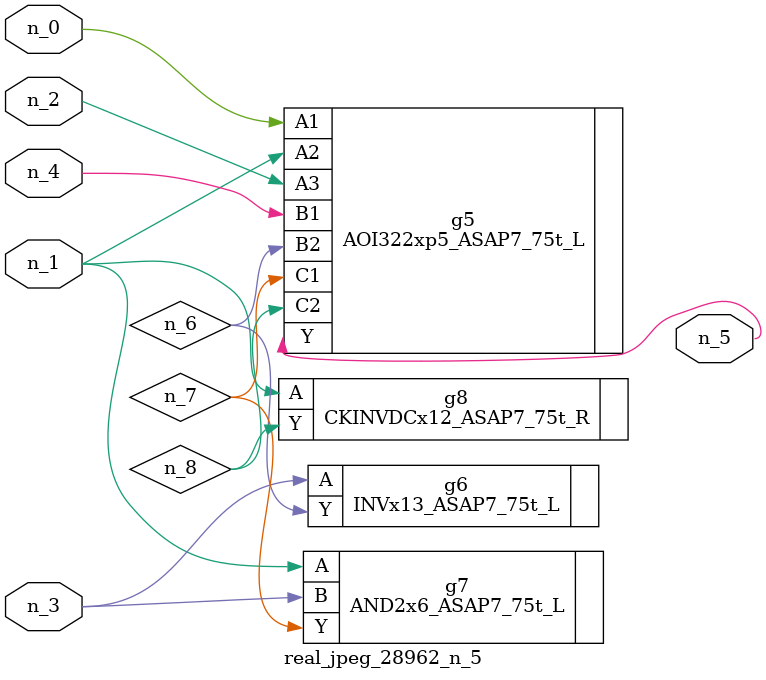
<source format=v>
module real_jpeg_28962_n_5 (n_4, n_0, n_1, n_2, n_3, n_5);

input n_4;
input n_0;
input n_1;
input n_2;
input n_3;

output n_5;

wire n_8;
wire n_6;
wire n_7;

AOI322xp5_ASAP7_75t_L g5 ( 
.A1(n_0),
.A2(n_1),
.A3(n_2),
.B1(n_4),
.B2(n_6),
.C1(n_7),
.C2(n_8),
.Y(n_5)
);

AND2x6_ASAP7_75t_L g7 ( 
.A(n_1),
.B(n_3),
.Y(n_7)
);

CKINVDCx12_ASAP7_75t_R g8 ( 
.A(n_1),
.Y(n_8)
);

INVx13_ASAP7_75t_L g6 ( 
.A(n_3),
.Y(n_6)
);


endmodule
</source>
